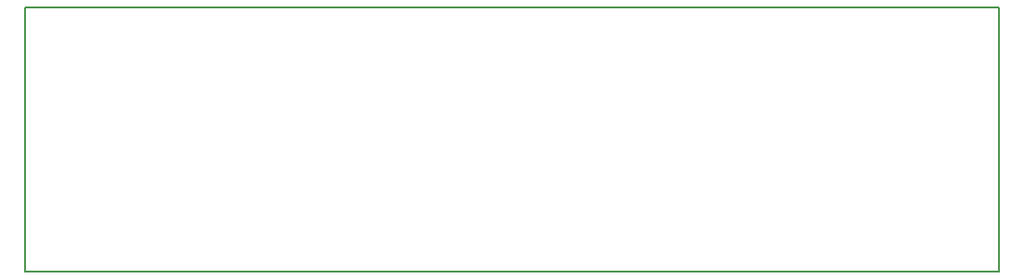
<source format=gbr>
G04 #@! TF.GenerationSoftware,KiCad,Pcbnew,(5.1.6-0-10_14)*
G04 #@! TF.CreationDate,2020-11-10T23:17:56+01:00*
G04 #@! TF.ProjectId,Switch Board,53776974-6368-4204-926f-6172642e6b69,1.0*
G04 #@! TF.SameCoordinates,Original*
G04 #@! TF.FileFunction,Profile,NP*
%FSLAX46Y46*%
G04 Gerber Fmt 4.6, Leading zero omitted, Abs format (unit mm)*
G04 Created by KiCad (PCBNEW (5.1.6-0-10_14)) date 2020-11-10 23:17:56*
%MOMM*%
%LPD*%
G01*
G04 APERTURE LIST*
G04 #@! TA.AperFunction,Profile*
%ADD10C,0.150000*%
G04 #@! TD*
G04 APERTURE END LIST*
D10*
X184150000Y-127000000D02*
X95250000Y-127000000D01*
X184150000Y-102870000D02*
X184150000Y-127000000D01*
X95250000Y-102870000D02*
X184150000Y-102870000D01*
X95250000Y-127000000D02*
X95250000Y-102870000D01*
M02*

</source>
